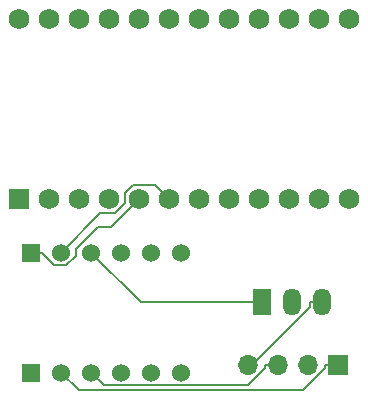
<source format=gbr>
%TF.GenerationSoftware,KiCad,Pcbnew,8.0.3*%
%TF.CreationDate,2024-07-08T22:13:47-05:00*%
%TF.ProjectId,3.3v Pro Micro,332e3376-2050-4726-9f20-4d6963726f2e,rev?*%
%TF.SameCoordinates,Original*%
%TF.FileFunction,Copper,L1,Top*%
%TF.FilePolarity,Positive*%
%FSLAX46Y46*%
G04 Gerber Fmt 4.6, Leading zero omitted, Abs format (unit mm)*
G04 Created by KiCad (PCBNEW 8.0.3) date 2024-07-08 22:13:47*
%MOMM*%
%LPD*%
G01*
G04 APERTURE LIST*
%TA.AperFunction,ComponentPad*%
%ADD10O,1.500000X2.300000*%
%TD*%
%TA.AperFunction,ComponentPad*%
%ADD11R,1.500000X2.300000*%
%TD*%
%TA.AperFunction,ComponentPad*%
%ADD12O,1.700000X1.700000*%
%TD*%
%TA.AperFunction,ComponentPad*%
%ADD13R,1.700000X1.700000*%
%TD*%
%TA.AperFunction,ComponentPad*%
%ADD14C,1.524000*%
%TD*%
%TA.AperFunction,ComponentPad*%
%ADD15R,1.524000X1.524000*%
%TD*%
%TA.AperFunction,ComponentPad*%
%ADD16C,1.752600*%
%TD*%
%TA.AperFunction,ComponentPad*%
%ADD17R,1.752600X1.752600*%
%TD*%
%TA.AperFunction,Conductor*%
%ADD18C,0.200000*%
%TD*%
G04 APERTURE END LIST*
D10*
%TO.P,U4,3,GND*%
%TO.N,Net-(J1-Pin_4)*%
X154853000Y-106447500D03*
%TO.P,U4,2,OUT*%
%TO.N,Net-(J1-Pin_3)*%
X152313000Y-106447500D03*
D11*
%TO.P,U4,1,IN*%
%TO.N,Net-(U2-VCC)*%
X149773000Y-106447500D03*
%TD*%
D12*
%TO.P,J1,4,Pin_4*%
%TO.N,Net-(J1-Pin_4)*%
X148600000Y-111740000D03*
%TO.P,J1,3,Pin_3*%
%TO.N,Net-(J1-Pin_3)*%
X151140000Y-111740000D03*
%TO.P,J1,2,Pin_2*%
%TO.N,Net-(J1-Pin_2)*%
X153680000Y-111740000D03*
D13*
%TO.P,J1,1,Pin_1*%
%TO.N,Net-(J1-Pin_1)*%
X156220000Y-111740000D03*
%TD*%
D14*
%TO.P,U3,GND_1,GND*%
%TO.N,Net-(J1-Pin_4)*%
X137800000Y-102240000D03*
%TO.P,U3,GND_2,GND*%
X137800000Y-112400000D03*
%TO.P,U3,HV,HV*%
%TO.N,Net-(U2-VCC)*%
X135260000Y-102240000D03*
D15*
%TO.P,U3,HV1,HV1*%
%TO.N,Net-(U2-SDA)*%
X130180000Y-102240000D03*
D14*
%TO.P,U3,HV2,HV2*%
%TO.N,Net-(U2-SCL)*%
X132720000Y-102240000D03*
%TO.P,U3,HV3,HV3*%
%TO.N,unconnected-(U3-PadHV3)*%
X140340000Y-102240000D03*
%TO.P,U3,HV4,HV4*%
%TO.N,unconnected-(U3-PadHV4)*%
X142880000Y-102240000D03*
%TO.P,U3,LV,LV*%
%TO.N,Net-(J1-Pin_3)*%
X135260000Y-112400000D03*
D15*
%TO.P,U3,LV1,LV1*%
%TO.N,Net-(J1-Pin_2)*%
X130180000Y-112400000D03*
D14*
%TO.P,U3,LV2,LV2*%
%TO.N,Net-(J1-Pin_1)*%
X132720000Y-112400000D03*
%TO.P,U3,LV3,LV3*%
%TO.N,unconnected-(U3-PadLV3)*%
X140340000Y-112400000D03*
%TO.P,U3,LV4,LV4*%
%TO.N,unconnected-(U3-PadLV4)*%
X142880000Y-112400000D03*
%TD*%
D16*
%TO.P,U2,24,RAW*%
%TO.N,unconnected-(U2-RAW-Pad24)*%
X129180000Y-82500000D03*
%TO.P,U2,23,GND*%
%TO.N,Net-(J1-Pin_4)*%
X131720000Y-82500000D03*
%TO.P,U2,22,RST*%
%TO.N,unconnected-(U2-RST-Pad22)*%
X134260000Y-82500000D03*
%TO.P,U2,21,VCC*%
%TO.N,Net-(U2-VCC)*%
X136800000Y-82500000D03*
%TO.P,U2,20,F4*%
%TO.N,unconnected-(U2-F4-Pad20)*%
X139340000Y-82500000D03*
%TO.P,U2,19,F5*%
%TO.N,unconnected-(U2-F5-Pad19)*%
X141880000Y-82500000D03*
%TO.P,U2,18,F6*%
%TO.N,unconnected-(U2-F6-Pad18)*%
X144420000Y-82500000D03*
%TO.P,U2,17,F7*%
%TO.N,unconnected-(U2-F7-Pad17)*%
X146960000Y-82500000D03*
%TO.P,U2,16,B1*%
%TO.N,unconnected-(U2-B1-Pad16)*%
X149500000Y-82500000D03*
%TO.P,U2,15,B3*%
%TO.N,unconnected-(U2-B3-Pad15)*%
X152040000Y-82500000D03*
%TO.P,U2,14,B2*%
%TO.N,unconnected-(U2-B2-Pad14)*%
X154580000Y-82500000D03*
%TO.P,U2,13,B6*%
%TO.N,unconnected-(U2-B6-Pad13)*%
X157120000Y-82500000D03*
%TO.P,U2,12,B5*%
%TO.N,unconnected-(U2-B5-Pad12)*%
X157120000Y-97740000D03*
%TO.P,U2,11,B4*%
%TO.N,unconnected-(U2-B4-Pad11)*%
X154580000Y-97740000D03*
%TO.P,U2,10,E6*%
%TO.N,unconnected-(U2-E6-Pad10)*%
X152040000Y-97740000D03*
%TO.P,U2,9,D7*%
%TO.N,unconnected-(U2-D7-Pad9)*%
X149500000Y-97740000D03*
%TO.P,U2,8,C6*%
%TO.N,unconnected-(U2-C6-Pad8)*%
X146960000Y-97740000D03*
%TO.P,U2,7,D4*%
%TO.N,unconnected-(U2-D4-Pad7)*%
X144420000Y-97740000D03*
%TO.P,U2,6,SCL*%
%TO.N,Net-(U2-SCL)*%
X141880000Y-97740000D03*
%TO.P,U2,5,SDA*%
%TO.N,Net-(U2-SDA)*%
X139340000Y-97740000D03*
%TO.P,U2,4,GND*%
%TO.N,unconnected-(U2-GND-Pad4)*%
X136800000Y-97740000D03*
%TO.P,U2,3,GND*%
%TO.N,unconnected-(U2-GND-Pad3)*%
X134260000Y-97740000D03*
%TO.P,U2,2,RX*%
%TO.N,unconnected-(U2-RX-Pad2)*%
X131720000Y-97740000D03*
D17*
%TO.P,U2,1,TX*%
%TO.N,unconnected-(U2-TX-Pad1)*%
X129180000Y-97740000D03*
%TD*%
D18*
%TO.N,Net-(U2-SCL)*%
X140664400Y-96524400D02*
X141880000Y-97740000D01*
X138832700Y-96524400D02*
X140664400Y-96524400D01*
X138162000Y-97195100D02*
X138832700Y-96524400D01*
X138162000Y-98044000D02*
X138162000Y-97195100D01*
X137288000Y-98918000D02*
X138162000Y-98044000D01*
X136042000Y-98918000D02*
X137288000Y-98918000D01*
X132720000Y-102240000D02*
X136042000Y-98918000D01*
%TO.N,Net-(U2-VCC)*%
X139467500Y-106447500D02*
X149773000Y-106447500D01*
X135260000Y-102240000D02*
X139467500Y-106447500D01*
%TO.N,Net-(U2-SDA)*%
X131243700Y-102373100D02*
X131243700Y-102240000D01*
X132174300Y-103303700D02*
X131243700Y-102373100D01*
X133190300Y-103303700D02*
X132174300Y-103303700D01*
X133990000Y-102504000D02*
X133190300Y-103303700D01*
X133990000Y-101974400D02*
X133990000Y-102504000D01*
X135858000Y-100106400D02*
X133990000Y-101974400D01*
X136973600Y-100106400D02*
X135858000Y-100106400D01*
X139340000Y-97740000D02*
X136973600Y-100106400D01*
X130180000Y-102240000D02*
X131243700Y-102240000D01*
%TO.N,Net-(J1-Pin_4)*%
X154853000Y-106447500D02*
X153801300Y-106447500D01*
X153801300Y-106865400D02*
X153801300Y-106447500D01*
X148926700Y-111740000D02*
X153801300Y-106865400D01*
X148600000Y-111740000D02*
X148926700Y-111740000D01*
%TO.N,Net-(J1-Pin_3)*%
X151140000Y-111740000D02*
X149988300Y-111740000D01*
X136328300Y-113468300D02*
X135260000Y-112400000D01*
X148528500Y-113468300D02*
X136328300Y-113468300D01*
X149988300Y-112008500D02*
X148528500Y-113468300D01*
X149988300Y-111740000D02*
X149988300Y-112008500D01*
%TO.N,Net-(J1-Pin_1)*%
X155068300Y-112027900D02*
X155068300Y-111740000D01*
X153202100Y-113894100D02*
X155068300Y-112027900D01*
X134214100Y-113894100D02*
X153202100Y-113894100D01*
X132720000Y-112400000D02*
X134214100Y-113894100D01*
X156220000Y-111740000D02*
X155068300Y-111740000D01*
%TD*%
M02*

</source>
